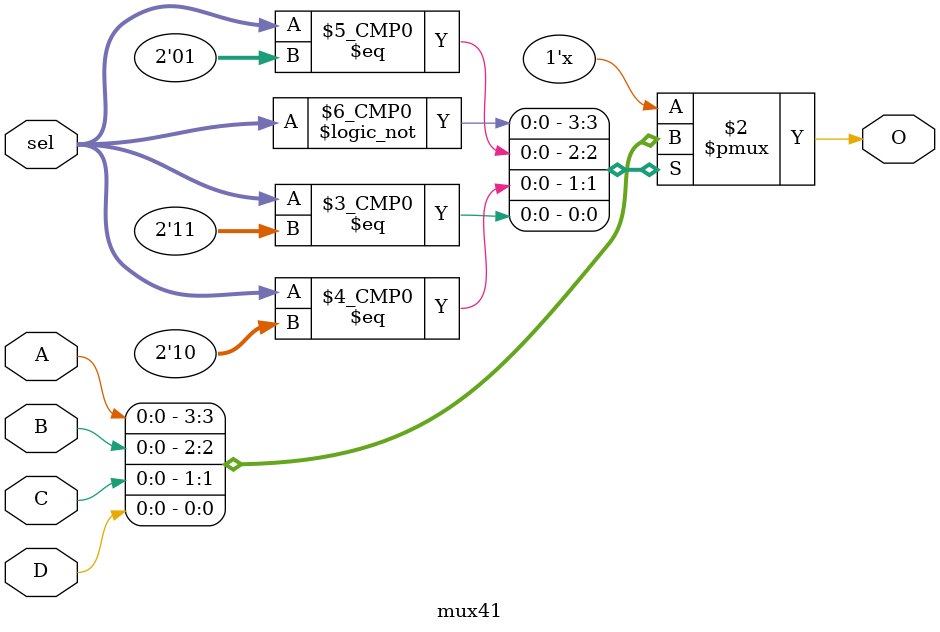
<source format=v>
module mux21(O, A, B, sel);
 // sel = 0 => O = A
 // sel = 1 => O =B

    parameter IN_WIDTH = 1;
    parameter OUT_WIDTH = 1;

    output reg [OUT_WIDTH-1:0] O;
    input [IN_WIDTH-1:0] A, B;
    input sel;

    always @(*)
    case(sel)
        0: O = A;
        1: O = B;
    endcase
endmodule

module mux41(O, A, B, C, D, sel);
// sel = 0 => O = A
// sel = 1 => O = B
// sel = 2 => O = C
// sel = 3 => O = D
    parameter IN_WIDTH = 1;
    parameter OUT_WIDTH = 1;

    output reg [OUT_WIDTH-1:0] O;
    input [IN_WIDTH-1:0] A,B,C,D;
    input [1:0] sel;

    always @(*)
    case(sel)
        0: O = A;
        1: O = B;
        2: O = C;
        3: O = D;
    endcase
endmodule
</source>
